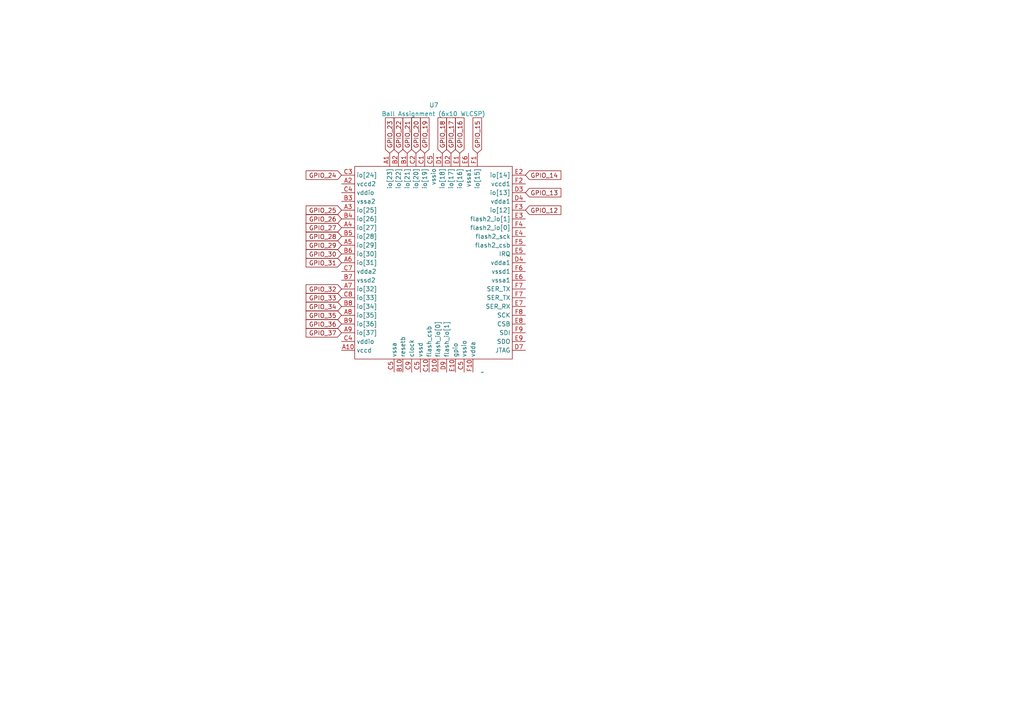
<source format=kicad_sch>
(kicad_sch
	(version 20231120)
	(generator "eeschema")
	(generator_version "8.0")
	(uuid "40c42d34-f564-4a98-a5a9-6c17676886e5")
	(paper "A4")
	(lib_symbols
		(symbol "caravel:wlscp"
			(exclude_from_sim no)
			(in_bom yes)
			(on_board yes)
			(property "Reference" "U"
				(at -1.27 25.4 0)
				(effects
					(font
						(size 1.27 1.27)
					)
				)
			)
			(property "Value" ""
				(at -2.54 -1.27 0)
				(effects
					(font
						(size 1.27 1.27)
					)
				)
			)
			(property "Footprint" ""
				(at -2.54 -1.27 0)
				(effects
					(font
						(size 1.27 1.27)
					)
					(hide yes)
				)
			)
			(property "Datasheet" ""
				(at -2.54 -1.27 0)
				(effects
					(font
						(size 1.27 1.27)
					)
					(hide yes)
				)
			)
			(property "Description" ""
				(at -2.54 -1.27 0)
				(effects
					(font
						(size 1.27 1.27)
					)
					(hide yes)
				)
			)
			(symbol "wlscp_0_1"
				(rectangle
					(start -22.86 7.62)
					(end 22.86 -48.26)
					(stroke
						(width 0)
						(type default)
					)
					(fill
						(type none)
					)
				)
			)
			(symbol "wlscp_1_1"
				(text "Ball Assignment (6x10 WLCSP)\n"
					(at 0 22.86 0)
					(effects
						(font
							(size 1.27 1.27)
							(color 0 132 132 1)
						)
					)
				)
				(pin passive line
					(at -12.7 11.43 270)
					(length 3.81)
					(name "io[23]"
						(effects
							(font
								(size 1.27 1.27)
							)
						)
					)
					(number "A1"
						(effects
							(font
								(size 1.27 1.27)
							)
						)
					)
				)
				(pin passive line
					(at -26.67 -45.72 0)
					(length 3.81)
					(name "vccd"
						(effects
							(font
								(size 1.27 1.27)
							)
						)
					)
					(number "A10"
						(effects
							(font
								(size 1.27 1.27)
							)
						)
					)
				)
				(pin power_in line
					(at -26.67 2.54 0)
					(length 3.81)
					(name "vccd2"
						(effects
							(font
								(size 1.27 1.27)
							)
						)
					)
					(number "A2"
						(effects
							(font
								(size 1.27 1.27)
							)
						)
					)
				)
				(pin passive line
					(at -26.67 -5.08 0)
					(length 3.81)
					(name "io[25]"
						(effects
							(font
								(size 1.27 1.27)
							)
						)
					)
					(number "A3"
						(effects
							(font
								(size 1.27 1.27)
							)
						)
					)
				)
				(pin passive line
					(at -26.67 -10.16 0)
					(length 3.81)
					(name "io[27]"
						(effects
							(font
								(size 1.27 1.27)
							)
						)
					)
					(number "A4"
						(effects
							(font
								(size 1.27 1.27)
							)
						)
					)
				)
				(pin passive line
					(at -26.67 -15.24 0)
					(length 3.81)
					(name "io[29]"
						(effects
							(font
								(size 1.27 1.27)
							)
						)
					)
					(number "A5"
						(effects
							(font
								(size 1.27 1.27)
							)
						)
					)
				)
				(pin passive line
					(at -26.67 -20.32 0)
					(length 3.81)
					(name "io[31]"
						(effects
							(font
								(size 1.27 1.27)
							)
						)
					)
					(number "A6"
						(effects
							(font
								(size 1.27 1.27)
							)
						)
					)
				)
				(pin passive line
					(at -26.67 -27.94 0)
					(length 3.81)
					(name "io[32]"
						(effects
							(font
								(size 1.27 1.27)
							)
						)
					)
					(number "A7"
						(effects
							(font
								(size 1.27 1.27)
							)
						)
					)
				)
				(pin passive line
					(at -26.67 -35.56 0)
					(length 3.81)
					(name "io[35]"
						(effects
							(font
								(size 1.27 1.27)
							)
						)
					)
					(number "A8"
						(effects
							(font
								(size 1.27 1.27)
							)
						)
					)
				)
				(pin passive line
					(at -26.67 -40.64 0)
					(length 3.81)
					(name "io[37]"
						(effects
							(font
								(size 1.27 1.27)
							)
						)
					)
					(number "A9"
						(effects
							(font
								(size 1.27 1.27)
							)
						)
					)
				)
				(pin passive line
					(at -7.62 11.43 270)
					(length 3.81)
					(name "io[21]"
						(effects
							(font
								(size 1.27 1.27)
							)
						)
					)
					(number "B1"
						(effects
							(font
								(size 1.27 1.27)
							)
						)
					)
				)
				(pin passive line
					(at -8.89 -52.07 90)
					(length 3.81)
					(name "resetb"
						(effects
							(font
								(size 1.27 1.27)
							)
						)
					)
					(number "B10"
						(effects
							(font
								(size 1.27 1.27)
							)
						)
					)
				)
				(pin passive line
					(at -10.16 11.43 270)
					(length 3.81)
					(name "io[22]"
						(effects
							(font
								(size 1.27 1.27)
							)
						)
					)
					(number "B2"
						(effects
							(font
								(size 1.27 1.27)
							)
						)
					)
				)
				(pin power_in line
					(at -26.67 -2.54 0)
					(length 3.81)
					(name "vssa2"
						(effects
							(font
								(size 1.27 1.27)
							)
						)
					)
					(number "B3"
						(effects
							(font
								(size 1.27 1.27)
							)
						)
					)
				)
				(pin passive line
					(at -26.67 -7.62 0)
					(length 3.81)
					(name "io[26]"
						(effects
							(font
								(size 1.27 1.27)
							)
						)
					)
					(number "B4"
						(effects
							(font
								(size 1.27 1.27)
							)
						)
					)
				)
				(pin passive line
					(at -26.67 -12.7 0)
					(length 3.81)
					(name "io[28]"
						(effects
							(font
								(size 1.27 1.27)
							)
						)
					)
					(number "B5"
						(effects
							(font
								(size 1.27 1.27)
							)
						)
					)
				)
				(pin passive line
					(at -26.67 -17.78 0)
					(length 3.81)
					(name "io[30]"
						(effects
							(font
								(size 1.27 1.27)
							)
						)
					)
					(number "B6"
						(effects
							(font
								(size 1.27 1.27)
							)
						)
					)
				)
				(pin power_in line
					(at -26.67 -25.4 0)
					(length 3.81)
					(name "vssd2"
						(effects
							(font
								(size 1.27 1.27)
							)
						)
					)
					(number "B7"
						(effects
							(font
								(size 1.27 1.27)
							)
						)
					)
				)
				(pin passive line
					(at -26.67 -33.02 0)
					(length 3.81)
					(name "io[34]"
						(effects
							(font
								(size 1.27 1.27)
							)
						)
					)
					(number "B8"
						(effects
							(font
								(size 1.27 1.27)
							)
						)
					)
				)
				(pin passive line
					(at -26.67 -38.1 0)
					(length 3.81)
					(name "io[36]"
						(effects
							(font
								(size 1.27 1.27)
							)
						)
					)
					(number "B9"
						(effects
							(font
								(size 1.27 1.27)
							)
						)
					)
				)
				(pin passive line
					(at -2.54 11.43 270)
					(length 3.81)
					(name "io[19]"
						(effects
							(font
								(size 1.27 1.27)
							)
						)
					)
					(number "C1"
						(effects
							(font
								(size 1.27 1.27)
							)
						)
					)
				)
				(pin passive line
					(at -1.27 -52.07 90)
					(length 3.81)
					(name "flash_csb"
						(effects
							(font
								(size 1.27 1.27)
							)
						)
					)
					(number "C10"
						(effects
							(font
								(size 1.27 1.27)
							)
						)
					)
				)
				(pin passive line
					(at -5.08 11.43 270)
					(length 3.81)
					(name "io[20]"
						(effects
							(font
								(size 1.27 1.27)
							)
						)
					)
					(number "C2"
						(effects
							(font
								(size 1.27 1.27)
							)
						)
					)
				)
				(pin passive line
					(at -26.67 5.08 0)
					(length 3.81)
					(name "io[24]"
						(effects
							(font
								(size 1.27 1.27)
							)
						)
					)
					(number "C3"
						(effects
							(font
								(size 1.27 1.27)
							)
						)
					)
				)
				(pin passive line
					(at -26.67 -43.18 0)
					(length 3.81)
					(name "vddio"
						(effects
							(font
								(size 1.27 1.27)
							)
						)
					)
					(number "C4"
						(effects
							(font
								(size 1.27 1.27)
							)
						)
					)
				)
				(pin power_in line
					(at -26.67 0 0)
					(length 3.81)
					(name "vddio"
						(effects
							(font
								(size 1.27 1.27)
							)
						)
					)
					(number "C4"
						(effects
							(font
								(size 1.27 1.27)
							)
						)
					)
				)
				(pin power_in line
					(at -11.43 -52.07 90)
					(length 3.81)
					(name "vssa"
						(effects
							(font
								(size 1.27 1.27)
							)
						)
					)
					(number "C5"
						(effects
							(font
								(size 1.27 1.27)
							)
						)
					)
				)
				(pin power_in line
					(at -3.81 -52.07 90)
					(length 3.81)
					(name "vssd"
						(effects
							(font
								(size 1.27 1.27)
							)
						)
					)
					(number "C5"
						(effects
							(font
								(size 1.27 1.27)
							)
						)
					)
				)
				(pin power_in line
					(at 0 11.43 270)
					(length 3.81)
					(name "vssio"
						(effects
							(font
								(size 1.27 1.27)
							)
						)
					)
					(number "C5"
						(effects
							(font
								(size 1.27 1.27)
							)
						)
					)
				)
				(pin power_in line
					(at 8.89 -52.07 90)
					(length 3.81)
					(name "vssio"
						(effects
							(font
								(size 1.27 1.27)
							)
						)
					)
					(number "C5"
						(effects
							(font
								(size 1.27 1.27)
							)
						)
					)
				)
				(pin power_in line
					(at -26.67 -22.86 0)
					(length 3.81)
					(name "vdda2"
						(effects
							(font
								(size 1.27 1.27)
							)
						)
					)
					(number "C7"
						(effects
							(font
								(size 1.27 1.27)
							)
						)
					)
				)
				(pin passive line
					(at -26.67 -30.48 0)
					(length 3.81)
					(name "io[33]"
						(effects
							(font
								(size 1.27 1.27)
							)
						)
					)
					(number "C8"
						(effects
							(font
								(size 1.27 1.27)
							)
						)
					)
				)
				(pin passive line
					(at -6.35 -52.07 90)
					(length 3.81)
					(name "clock"
						(effects
							(font
								(size 1.27 1.27)
							)
						)
					)
					(number "C9"
						(effects
							(font
								(size 1.27 1.27)
							)
						)
					)
				)
				(pin passive line
					(at 2.54 11.43 270)
					(length 3.81)
					(name "io[18]"
						(effects
							(font
								(size 1.27 1.27)
							)
						)
					)
					(number "D1"
						(effects
							(font
								(size 1.27 1.27)
							)
						)
					)
				)
				(pin passive line
					(at 1.27 -52.07 90)
					(length 3.81)
					(name "flash_io[0]"
						(effects
							(font
								(size 1.27 1.27)
							)
						)
					)
					(number "D10"
						(effects
							(font
								(size 1.27 1.27)
							)
						)
					)
				)
				(pin passive line
					(at 5.08 11.43 270)
					(length 3.81)
					(name "io[17]"
						(effects
							(font
								(size 1.27 1.27)
							)
						)
					)
					(number "D2"
						(effects
							(font
								(size 1.27 1.27)
							)
						)
					)
				)
				(pin passive line
					(at 26.67 0 180)
					(length 3.81)
					(name "io[13]"
						(effects
							(font
								(size 1.27 1.27)
							)
						)
					)
					(number "D3"
						(effects
							(font
								(size 1.27 1.27)
							)
						)
					)
				)
				(pin power_in line
					(at 26.67 -20.32 180)
					(length 3.81)
					(name "vdda1"
						(effects
							(font
								(size 1.27 1.27)
							)
						)
					)
					(number "D4"
						(effects
							(font
								(size 1.27 1.27)
							)
						)
					)
				)
				(pin power_in line
					(at 26.67 -2.54 180)
					(length 3.81)
					(name "vdda1"
						(effects
							(font
								(size 1.27 1.27)
							)
						)
					)
					(number "D4"
						(effects
							(font
								(size 1.27 1.27)
							)
						)
					)
				)
				(pin passive line
					(at 26.67 -45.72 180)
					(length 3.81)
					(name "JTAG"
						(effects
							(font
								(size 1.27 1.27)
							)
						)
					)
					(number "D7"
						(effects
							(font
								(size 1.27 1.27)
							)
						)
					)
				)
				(pin passive line
					(at 3.81 -52.07 90)
					(length 3.81)
					(name "flash_io[1]"
						(effects
							(font
								(size 1.27 1.27)
							)
						)
					)
					(number "D9"
						(effects
							(font
								(size 1.27 1.27)
							)
						)
					)
				)
				(pin passive line
					(at 7.62 11.43 270)
					(length 3.81)
					(name "io[16]"
						(effects
							(font
								(size 1.27 1.27)
							)
						)
					)
					(number "E1"
						(effects
							(font
								(size 1.27 1.27)
							)
						)
					)
				)
				(pin passive line
					(at 6.35 -52.07 90)
					(length 3.81)
					(name "gpio"
						(effects
							(font
								(size 1.27 1.27)
							)
						)
					)
					(number "E10"
						(effects
							(font
								(size 1.27 1.27)
							)
						)
					)
				)
				(pin passive line
					(at 26.67 5.08 180)
					(length 3.81)
					(name "io[14]"
						(effects
							(font
								(size 1.27 1.27)
							)
						)
					)
					(number "E2"
						(effects
							(font
								(size 1.27 1.27)
							)
						)
					)
				)
				(pin passive line
					(at 26.67 -7.62 180)
					(length 3.81)
					(name "flash2_io[1]"
						(effects
							(font
								(size 1.27 1.27)
							)
						)
					)
					(number "E3"
						(effects
							(font
								(size 1.27 1.27)
							)
						)
					)
				)
				(pin passive line
					(at 26.67 -12.7 180)
					(length 3.81)
					(name "flash2_sck"
						(effects
							(font
								(size 1.27 1.27)
							)
						)
					)
					(number "E4"
						(effects
							(font
								(size 1.27 1.27)
							)
						)
					)
				)
				(pin passive line
					(at 26.67 -17.78 180)
					(length 3.81)
					(name "IRQ"
						(effects
							(font
								(size 1.27 1.27)
							)
						)
					)
					(number "E5"
						(effects
							(font
								(size 1.27 1.27)
							)
						)
					)
				)
				(pin power_in line
					(at 10.16 11.43 270)
					(length 3.81)
					(name "vssa1"
						(effects
							(font
								(size 1.27 1.27)
							)
						)
					)
					(number "E6"
						(effects
							(font
								(size 1.27 1.27)
							)
						)
					)
				)
				(pin power_in line
					(at 26.67 -25.4 180)
					(length 3.81)
					(name "vssa1"
						(effects
							(font
								(size 1.27 1.27)
							)
						)
					)
					(number "E6"
						(effects
							(font
								(size 1.27 1.27)
							)
						)
					)
				)
				(pin passive line
					(at 26.67 -33.02 180)
					(length 3.81)
					(name "SER_RX"
						(effects
							(font
								(size 1.27 1.27)
							)
						)
					)
					(number "E7"
						(effects
							(font
								(size 1.27 1.27)
							)
						)
					)
				)
				(pin passive line
					(at 26.67 -38.1 180)
					(length 3.81)
					(name "CSB"
						(effects
							(font
								(size 1.27 1.27)
							)
						)
					)
					(number "E8"
						(effects
							(font
								(size 1.27 1.27)
							)
						)
					)
				)
				(pin passive line
					(at 26.67 -43.18 180)
					(length 3.81)
					(name "SDO"
						(effects
							(font
								(size 1.27 1.27)
							)
						)
					)
					(number "E9"
						(effects
							(font
								(size 1.27 1.27)
							)
						)
					)
				)
				(pin passive line
					(at 12.7 11.43 270)
					(length 3.81)
					(name "io[15]"
						(effects
							(font
								(size 1.27 1.27)
							)
						)
					)
					(number "F1"
						(effects
							(font
								(size 1.27 1.27)
							)
						)
					)
				)
				(pin power_in line
					(at 11.43 -52.07 90)
					(length 3.81)
					(name "vdda"
						(effects
							(font
								(size 1.27 1.27)
							)
						)
					)
					(number "F10"
						(effects
							(font
								(size 1.27 1.27)
							)
						)
					)
				)
				(pin power_in line
					(at 26.67 2.54 180)
					(length 3.81)
					(name "vccd1"
						(effects
							(font
								(size 1.27 1.27)
							)
						)
					)
					(number "F2"
						(effects
							(font
								(size 1.27 1.27)
							)
						)
					)
				)
				(pin passive line
					(at 26.67 -5.08 180)
					(length 3.81)
					(name "io[12]"
						(effects
							(font
								(size 1.27 1.27)
							)
						)
					)
					(number "F3"
						(effects
							(font
								(size 1.27 1.27)
							)
						)
					)
				)
				(pin passive line
					(at 26.67 -10.16 180)
					(length 3.81)
					(name "flash2_io[0]"
						(effects
							(font
								(size 1.27 1.27)
							)
						)
					)
					(number "F4"
						(effects
							(font
								(size 1.27 1.27)
							)
						)
					)
				)
				(pin passive line
					(at 26.67 -15.24 180)
					(length 3.81)
					(name "flash2_csb"
						(effects
							(font
								(size 1.27 1.27)
							)
						)
					)
					(number "F5"
						(effects
							(font
								(size 1.27 1.27)
							)
						)
					)
				)
				(pin power_in line
					(at 26.67 -22.86 180)
					(length 3.81)
					(name "vssd1"
						(effects
							(font
								(size 1.27 1.27)
							)
						)
					)
					(number "F6"
						(effects
							(font
								(size 1.27 1.27)
							)
						)
					)
				)
				(pin passive line
					(at 26.67 -30.48 180)
					(length 3.81)
					(name "SER_TX"
						(effects
							(font
								(size 1.27 1.27)
							)
						)
					)
					(number "F7"
						(effects
							(font
								(size 1.27 1.27)
							)
						)
					)
				)
				(pin passive line
					(at 26.67 -27.94 180)
					(length 3.81)
					(name "SER_TX"
						(effects
							(font
								(size 1.27 1.27)
							)
						)
					)
					(number "F7"
						(effects
							(font
								(size 1.27 1.27)
							)
						)
					)
				)
				(pin passive line
					(at 26.67 -35.56 180)
					(length 3.81)
					(name "SCK"
						(effects
							(font
								(size 1.27 1.27)
							)
						)
					)
					(number "F8"
						(effects
							(font
								(size 1.27 1.27)
							)
						)
					)
				)
				(pin passive line
					(at 26.67 -40.64 180)
					(length 3.81)
					(name "SDI"
						(effects
							(font
								(size 1.27 1.27)
							)
						)
					)
					(number "F9"
						(effects
							(font
								(size 1.27 1.27)
							)
						)
					)
				)
			)
		)
	)
	(global_label "GPIO_34"
		(shape input)
		(at 99.06 88.9 180)
		(fields_autoplaced yes)
		(effects
			(font
				(size 1.27 1.27)
			)
			(justify right)
		)
		(uuid "0b2a9b3f-b75c-4b25-a6af-b76bbe848958")
		(property "Intersheetrefs" "${INTERSHEET_REFS}"
			(at 88.2129 88.9 0)
			(effects
				(font
					(size 1.27 1.27)
				)
				(justify right)
				(hide yes)
			)
		)
	)
	(global_label "GPIO_26"
		(shape input)
		(at 99.06 63.5 180)
		(fields_autoplaced yes)
		(effects
			(font
				(size 1.27 1.27)
			)
			(justify right)
		)
		(uuid "0b408064-3948-44e6-be96-986408be7420")
		(property "Intersheetrefs" "${INTERSHEET_REFS}"
			(at 88.2129 63.5 0)
			(effects
				(font
					(size 1.27 1.27)
				)
				(justify right)
				(hide yes)
			)
		)
	)
	(global_label "GPIO_20"
		(shape input)
		(at 120.65 44.45 90)
		(fields_autoplaced yes)
		(effects
			(font
				(size 1.27 1.27)
			)
			(justify left)
		)
		(uuid "0e55a6bf-a606-495d-9402-b46b2b7d2594")
		(property "Intersheetrefs" "${INTERSHEET_REFS}"
			(at 120.65 33.6029 90)
			(effects
				(font
					(size 1.27 1.27)
				)
				(justify left)
				(hide yes)
			)
		)
	)
	(global_label "GPIO_25"
		(shape input)
		(at 99.06 60.96 180)
		(fields_autoplaced yes)
		(effects
			(font
				(size 1.27 1.27)
			)
			(justify right)
		)
		(uuid "123fbd60-a604-41db-81e9-de3419d9e0fd")
		(property "Intersheetrefs" "${INTERSHEET_REFS}"
			(at 88.2129 60.96 0)
			(effects
				(font
					(size 1.27 1.27)
				)
				(justify right)
				(hide yes)
			)
		)
	)
	(global_label "GPIO_21"
		(shape input)
		(at 118.11 44.45 90)
		(fields_autoplaced yes)
		(effects
			(font
				(size 1.27 1.27)
			)
			(justify left)
		)
		(uuid "16f8bcd7-5b7a-4805-b624-3bb6a1fba601")
		(property "Intersheetrefs" "${INTERSHEET_REFS}"
			(at 118.11 33.6029 90)
			(effects
				(font
					(size 1.27 1.27)
				)
				(justify left)
				(hide yes)
			)
		)
	)
	(global_label "GPIO_28"
		(shape input)
		(at 99.06 68.58 180)
		(fields_autoplaced yes)
		(effects
			(font
				(size 1.27 1.27)
			)
			(justify right)
		)
		(uuid "29ec0377-05cb-4342-9bcd-aef276370150")
		(property "Intersheetrefs" "${INTERSHEET_REFS}"
			(at 88.2129 68.58 0)
			(effects
				(font
					(size 1.27 1.27)
				)
				(justify right)
				(hide yes)
			)
		)
	)
	(global_label "GPIO_36"
		(shape input)
		(at 99.06 93.98 180)
		(fields_autoplaced yes)
		(effects
			(font
				(size 1.27 1.27)
			)
			(justify right)
		)
		(uuid "3dac5164-67fd-49a4-a1ea-acf3f7481e23")
		(property "Intersheetrefs" "${INTERSHEET_REFS}"
			(at 88.2129 93.98 0)
			(effects
				(font
					(size 1.27 1.27)
				)
				(justify right)
				(hide yes)
			)
		)
	)
	(global_label "GPIO_30"
		(shape input)
		(at 99.06 73.66 180)
		(fields_autoplaced yes)
		(effects
			(font
				(size 1.27 1.27)
			)
			(justify right)
		)
		(uuid "48327536-57f2-429d-ab9a-23cf06c2e6c8")
		(property "Intersheetrefs" "${INTERSHEET_REFS}"
			(at 88.2129 73.66 0)
			(effects
				(font
					(size 1.27 1.27)
				)
				(justify right)
				(hide yes)
			)
		)
	)
	(global_label "GPIO_13"
		(shape input)
		(at 152.4 55.88 0)
		(fields_autoplaced yes)
		(effects
			(font
				(size 1.27 1.27)
			)
			(justify left)
		)
		(uuid "59c000fe-9665-4642-af2e-e2351a7e1b63")
		(property "Intersheetrefs" "${INTERSHEET_REFS}"
			(at 163.2471 55.88 0)
			(effects
				(font
					(size 1.27 1.27)
				)
				(justify left)
				(hide yes)
			)
		)
	)
	(global_label "GPIO_23"
		(shape input)
		(at 113.03 44.45 90)
		(fields_autoplaced yes)
		(effects
			(font
				(size 1.27 1.27)
			)
			(justify left)
		)
		(uuid "711d57bc-3331-409d-83b2-a39a447fe7e6")
		(property "Intersheetrefs" "${INTERSHEET_REFS}"
			(at 113.03 33.6029 90)
			(effects
				(font
					(size 1.27 1.27)
				)
				(justify left)
				(hide yes)
			)
		)
	)
	(global_label "GPIO_15"
		(shape input)
		(at 138.43 44.45 90)
		(fields_autoplaced yes)
		(effects
			(font
				(size 1.27 1.27)
			)
			(justify left)
		)
		(uuid "891fe50b-511f-49ac-97c3-80aa4a2dc53d")
		(property "Intersheetrefs" "${INTERSHEET_REFS}"
			(at 138.43 33.6029 90)
			(effects
				(font
					(size 1.27 1.27)
				)
				(justify left)
				(hide yes)
			)
		)
	)
	(global_label "GPIO_16"
		(shape input)
		(at 133.35 44.45 90)
		(fields_autoplaced yes)
		(effects
			(font
				(size 1.27 1.27)
			)
			(justify left)
		)
		(uuid "9672c363-b242-43d5-bfbb-b5b65763338d")
		(property "Intersheetrefs" "${INTERSHEET_REFS}"
			(at 133.35 33.6029 90)
			(effects
				(font
					(size 1.27 1.27)
				)
				(justify left)
				(hide yes)
			)
		)
	)
	(global_label "GPIO_12"
		(shape input)
		(at 152.4 60.96 0)
		(fields_autoplaced yes)
		(effects
			(font
				(size 1.27 1.27)
			)
			(justify left)
		)
		(uuid "97f9c4d9-d2ac-4b5c-9b23-29a86595d247")
		(property "Intersheetrefs" "${INTERSHEET_REFS}"
			(at 163.2471 60.96 0)
			(effects
				(font
					(size 1.27 1.27)
				)
				(justify left)
				(hide yes)
			)
		)
	)
	(global_label "GPIO_35"
		(shape input)
		(at 99.06 91.44 180)
		(fields_autoplaced yes)
		(effects
			(font
				(size 1.27 1.27)
			)
			(justify right)
		)
		(uuid "9b2b0ff7-7144-460c-8c10-a08f0c7b75b8")
		(property "Intersheetrefs" "${INTERSHEET_REFS}"
			(at 88.2129 91.44 0)
			(effects
				(font
					(size 1.27 1.27)
				)
				(justify right)
				(hide yes)
			)
		)
	)
	(global_label "GPIO_17"
		(shape input)
		(at 130.81 44.45 90)
		(fields_autoplaced yes)
		(effects
			(font
				(size 1.27 1.27)
			)
			(justify left)
		)
		(uuid "9e225f18-c53f-4a36-80b9-c3734bbb65d2")
		(property "Intersheetrefs" "${INTERSHEET_REFS}"
			(at 130.81 33.6029 90)
			(effects
				(font
					(size 1.27 1.27)
				)
				(justify left)
				(hide yes)
			)
		)
	)
	(global_label "GPIO_29"
		(shape input)
		(at 99.06 71.12 180)
		(fields_autoplaced yes)
		(effects
			(font
				(size 1.27 1.27)
			)
			(justify right)
		)
		(uuid "b0834767-4f0a-48e9-a78c-bd5381a8e7b4")
		(property "Intersheetrefs" "${INTERSHEET_REFS}"
			(at 88.2129 71.12 0)
			(effects
				(font
					(size 1.27 1.27)
				)
				(justify right)
				(hide yes)
			)
		)
	)
	(global_label "GPIO_27"
		(shape input)
		(at 99.06 66.04 180)
		(fields_autoplaced yes)
		(effects
			(font
				(size 1.27 1.27)
			)
			(justify right)
		)
		(uuid "b80070e8-36c1-442b-b066-03f7b3185ca2")
		(property "Intersheetrefs" "${INTERSHEET_REFS}"
			(at 88.2129 66.04 0)
			(effects
				(font
					(size 1.27 1.27)
				)
				(justify right)
				(hide yes)
			)
		)
	)
	(global_label "GPIO_33"
		(shape input)
		(at 99.06 86.36 180)
		(fields_autoplaced yes)
		(effects
			(font
				(size 1.27 1.27)
			)
			(justify right)
		)
		(uuid "d0732e86-f115-4ace-9462-7bf44abb24a7")
		(property "Intersheetrefs" "${INTERSHEET_REFS}"
			(at 88.2129 86.36 0)
			(effects
				(font
					(size 1.27 1.27)
				)
				(justify right)
				(hide yes)
			)
		)
	)
	(global_label "GPIO_37"
		(shape input)
		(at 99.06 96.52 180)
		(fields_autoplaced yes)
		(effects
			(font
				(size 1.27 1.27)
			)
			(justify right)
		)
		(uuid "d95a6875-def3-48c4-9edc-e0d1d7c3fb9d")
		(property "Intersheetrefs" "${INTERSHEET_REFS}"
			(at 88.2129 96.52 0)
			(effects
				(font
					(size 1.27 1.27)
				)
				(justify right)
				(hide yes)
			)
		)
	)
	(global_label "GPIO_31"
		(shape input)
		(at 99.06 76.2 180)
		(fields_autoplaced yes)
		(effects
			(font
				(size 1.27 1.27)
			)
			(justify right)
		)
		(uuid "dbd885aa-2367-4b81-aaa6-195529521b85")
		(property "Intersheetrefs" "${INTERSHEET_REFS}"
			(at 88.2129 76.2 0)
			(effects
				(font
					(size 1.27 1.27)
				)
				(justify right)
				(hide yes)
			)
		)
	)
	(global_label "GPIO_19"
		(shape input)
		(at 123.19 44.45 90)
		(fields_autoplaced yes)
		(effects
			(font
				(size 1.27 1.27)
			)
			(justify left)
		)
		(uuid "e00a085f-28ef-4d32-a987-56a93d12f0ac")
		(property "Intersheetrefs" "${INTERSHEET_REFS}"
			(at 123.19 33.6029 90)
			(effects
				(font
					(size 1.27 1.27)
				)
				(justify left)
				(hide yes)
			)
		)
	)
	(global_label "GPIO_18"
		(shape input)
		(at 128.27 44.45 90)
		(fields_autoplaced yes)
		(effects
			(font
				(size 1.27 1.27)
			)
			(justify left)
		)
		(uuid "e26af96f-5550-4cbd-9cef-5b3a298b6814")
		(property "Intersheetrefs" "${INTERSHEET_REFS}"
			(at 128.27 33.6029 90)
			(effects
				(font
					(size 1.27 1.27)
				)
				(justify left)
				(hide yes)
			)
		)
	)
	(global_label "GPIO_24"
		(shape input)
		(at 99.06 50.8 180)
		(fields_autoplaced yes)
		(effects
			(font
				(size 1.27 1.27)
			)
			(justify right)
		)
		(uuid "e2a722e1-5d2a-4fe6-b109-f2176a85b030")
		(property "Intersheetrefs" "${INTERSHEET_REFS}"
			(at 88.2129 50.8 0)
			(effects
				(font
					(size 1.27 1.27)
				)
				(justify right)
				(hide yes)
			)
		)
	)
	(global_label "GPIO_14"
		(shape input)
		(at 152.4 50.8 0)
		(fields_autoplaced yes)
		(effects
			(font
				(size 1.27 1.27)
			)
			(justify left)
		)
		(uuid "e74671f0-ab91-44c6-b290-4ed298e0639a")
		(property "Intersheetrefs" "${INTERSHEET_REFS}"
			(at 163.2471 50.8 0)
			(effects
				(font
					(size 1.27 1.27)
				)
				(justify left)
				(hide yes)
			)
		)
	)
	(global_label "GPIO_32"
		(shape input)
		(at 99.06 83.82 180)
		(fields_autoplaced yes)
		(effects
			(font
				(size 1.27 1.27)
			)
			(justify right)
		)
		(uuid "f12f7b70-96b8-4ec6-b682-d4219fbd2272")
		(property "Intersheetrefs" "${INTERSHEET_REFS}"
			(at 88.2129 83.82 0)
			(effects
				(font
					(size 1.27 1.27)
				)
				(justify right)
				(hide yes)
			)
		)
	)
	(global_label "GPIO_22"
		(shape input)
		(at 115.57 44.45 90)
		(fields_autoplaced yes)
		(effects
			(font
				(size 1.27 1.27)
			)
			(justify left)
		)
		(uuid "f2ab8b4a-76b2-4a96-b6ed-779a7a0e2d90")
		(property "Intersheetrefs" "${INTERSHEET_REFS}"
			(at 115.57 33.6029 90)
			(effects
				(font
					(size 1.27 1.27)
				)
				(justify left)
				(hide yes)
			)
		)
	)
	(symbol
		(lib_id "caravel:wlscp")
		(at 125.73 55.88 0)
		(unit 1)
		(exclude_from_sim no)
		(in_bom yes)
		(on_board yes)
		(dnp no)
		(uuid "9253e2ae-8832-462d-bb2d-a940484761cb")
		(property "Reference" "U7"
			(at 124.46 30.48 0)
			(effects
				(font
					(size 1.27 1.27)
				)
				(justify left)
			)
		)
		(property "Value" "~"
			(at 139.3541 107.95 0)
			(effects
				(font
					(size 1.27 1.27)
				)
				(justify left)
			)
		)
		(property "Footprint" ""
			(at 123.19 57.15 0)
			(effects
				(font
					(size 1.27 1.27)
				)
				(hide yes)
			)
		)
		(property "Datasheet" ""
			(at 123.19 57.15 0)
			(effects
				(font
					(size 1.27 1.27)
				)
				(hide yes)
			)
		)
		(property "Description" ""
			(at 123.19 57.15 0)
			(effects
				(font
					(size 1.27 1.27)
				)
				(hide yes)
			)
		)
		(pin "B4"
			(uuid "eb527e5c-b93e-457f-bdd5-6ba6cdc8ef25")
		)
		(pin "C1"
			(uuid "2cc8124a-2eeb-4c42-afbb-b20c4134f25f")
		)
		(pin "C5"
			(uuid "44b71733-65a1-4b4a-ada9-af3d2dd239a8")
		)
		(pin "E2"
			(uuid "ecec53c4-cfb4-4643-bcc2-8e55b5fe7847")
		)
		(pin "C3"
			(uuid "aaff4fd6-d7de-45d0-ba71-5c7f14020e22")
		)
		(pin "D4"
			(uuid "6e808ebf-0dd7-4ca4-a28a-05cc605334c9")
		)
		(pin "D7"
			(uuid "46452c75-4c5d-4d00-bc7c-27ae382f9b8a")
		)
		(pin "B2"
			(uuid "8ffa5299-5909-4885-b107-4ae76767bad0")
		)
		(pin "A8"
			(uuid "9490fd27-432b-46ba-a7c4-56e87363dd3c")
		)
		(pin "E3"
			(uuid "4475514b-9334-4913-8f7f-b30799afd9f0")
		)
		(pin "C8"
			(uuid "403dac76-9f1b-4840-8225-86b7608fa3ac")
		)
		(pin "A10"
			(uuid "5ac083fa-a5f1-49a1-a197-74f59c72ab33")
		)
		(pin "A7"
			(uuid "be518772-5756-4b49-976e-91e1cefef7be")
		)
		(pin "D1"
			(uuid "c71c706f-40af-4d08-9e15-44bc33ceba59")
		)
		(pin "C9"
			(uuid "5a502e91-c847-4fc1-aca0-0b90c96635b1")
		)
		(pin "A5"
			(uuid "74ff540e-ad39-48d8-aac1-bbda1105b14c")
		)
		(pin "B3"
			(uuid "44d637aa-fbcd-4d72-b34e-93eeefa89357")
		)
		(pin "C4"
			(uuid "f0c6c6a9-69f7-42b0-a133-a86f787d4588")
		)
		(pin "D10"
			(uuid "57229082-09f7-4b12-ae4d-f208f41f9f77")
		)
		(pin "D2"
			(uuid "0f2dba17-f2dd-4aab-b969-6d905088389b")
		)
		(pin "A9"
			(uuid "e3d418a7-caf9-4c3e-9cfe-1591509721ef")
		)
		(pin "B1"
			(uuid "2d270c1d-224f-4470-a8a6-f086f83a5c10")
		)
		(pin "A3"
			(uuid "5fba5e57-75cd-419f-a696-6db118bbaf26")
		)
		(pin "A1"
			(uuid "37d9dc7b-bc9d-4a9c-9d8c-970e4805ee06")
		)
		(pin "B9"
			(uuid "86d6f2fe-f35f-44ea-b119-d5eb7ea9ebb5")
		)
		(pin "C2"
			(uuid "fbbdd038-08a3-4808-af13-e86c73d558fb")
		)
		(pin "D3"
			(uuid "4d32359e-7b55-4c70-9327-5b408b1bba50")
		)
		(pin "B10"
			(uuid "2a8cd80a-83c2-4971-b607-74752375abb1")
		)
		(pin "A2"
			(uuid "0302769c-43a0-4b48-a795-a3b5cda5cc5e")
		)
		(pin "B6"
			(uuid "e7411a0d-d662-4807-8804-1ac4b698856c")
		)
		(pin "B5"
			(uuid "9ec9c9b0-dfe0-4887-a656-90e75fbe894f")
		)
		(pin "B7"
			(uuid "acbad0d4-b8e6-4773-a8d1-5b310e4d8b50")
		)
		(pin "B8"
			(uuid "61fac929-db9f-4469-bb7d-f352b7676e73")
		)
		(pin "C10"
			(uuid "447f720a-99e6-49a4-ba30-d6cc8c876b19")
		)
		(pin "A4"
			(uuid "b076859c-b785-40fe-bd2a-b11001b6d168")
		)
		(pin "C4"
			(uuid "dec3cf78-dd80-48bf-bb3d-15fe5b8733af")
		)
		(pin "A6"
			(uuid "abf86f5e-dee6-4f77-8833-770792ee9303")
		)
		(pin "C5"
			(uuid "15854e8a-4532-4063-9f30-652f9544a2b1")
		)
		(pin "C5"
			(uuid "09332f95-147d-4bd0-a72e-68d9a3a95985")
		)
		(pin "C5"
			(uuid "92530291-36df-4290-8eee-66e96caecd89")
		)
		(pin "C7"
			(uuid "ca9cacb2-3b34-47a0-9ff8-4475a4f25355")
		)
		(pin "D4"
			(uuid "8aacb1bf-6476-435f-ab38-4f070de451ac")
		)
		(pin "D9"
			(uuid "6a533624-67a1-442c-915d-2862286a898e")
		)
		(pin "E1"
			(uuid "15e139dd-31cd-4d45-b6ba-92527282c4d6")
		)
		(pin "E10"
			(uuid "1f886b52-659c-4bb7-93d5-f396bb41b74d")
		)
		(pin "E4"
			(uuid "0e0c3f81-efde-4e97-a56b-76a467164090")
		)
		(pin "E5"
			(uuid "8178e87c-c749-4b4a-907b-c2f4bdcc8e41")
		)
		(pin "E6"
			(uuid "243de941-6327-4760-b59d-e22a49cf44ac")
		)
		(pin "E6"
			(uuid "68ab8d29-e449-4021-803d-7d8dcfde0c01")
		)
		(pin "E7"
			(uuid "7dd9d54d-2105-435f-9f09-eac70cc2bb18")
		)
		(pin "E8"
			(uuid "f1a5d9bb-e31e-44e2-b798-4b8763a06454")
		)
		(pin "F10"
			(uuid "45eb72ca-f13f-49a0-80c6-d0e1cdf02a27")
		)
		(pin "F8"
			(uuid "4cdf4ab8-8147-4c97-9ccb-441f686baabd")
		)
		(pin "F4"
			(uuid "fcc2475f-9c38-4474-8883-04738546ed99")
		)
		(pin "F1"
			(uuid "0a4be0d8-76a5-4dec-8af7-de93b27620ae")
		)
		(pin "F9"
			(uuid "fa347d4d-c8ed-4797-af32-1acb8daeac46")
		)
		(pin "F2"
			(uuid "2ca0b594-95aa-44d0-a597-875748ca4fdc")
		)
		(pin "F5"
			(uuid "2ddbb602-09a5-48d3-bc73-e2f0e08deb88")
		)
		(pin "F3"
			(uuid "5fcf7ee5-2262-4b01-98e3-fd39c4d404b6")
		)
		(pin "F6"
			(uuid "8d2c408f-98b1-46d7-b6cc-d7818187083a")
		)
		(pin "F7"
			(uuid "3a518686-c7d2-4f68-a2ca-1c31d986b237")
		)
		(pin "E9"
			(uuid "901fe33c-3cd6-4011-9c20-2c4571b47d4c")
		)
		(pin "F7"
			(uuid "4ff25096-c09e-419f-93c6-75b11ac8b925")
		)
		(instances
			(project ""
				(path "/1f1d514b-67fa-4200-8a91-3df4fa362116/6a814ed7-7416-4f5e-bc01-d718a62c9774"
					(reference "U7")
					(unit 1)
				)
			)
		)
	)
)

</source>
